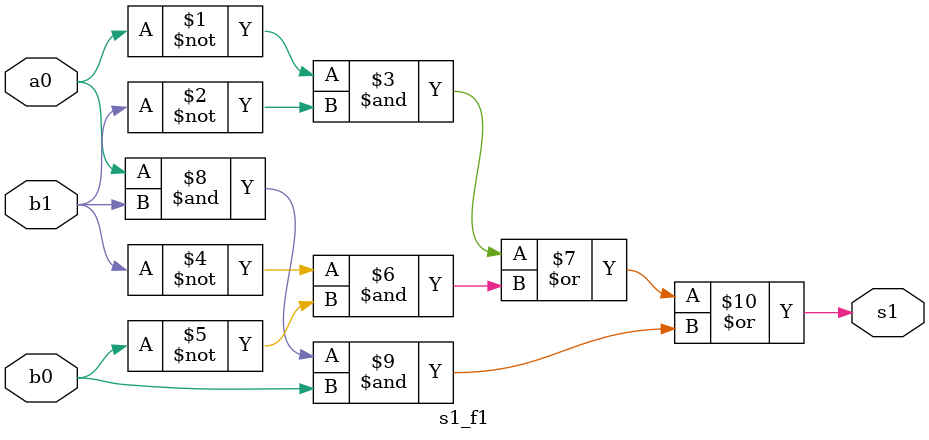
<source format=v>
module s1_f1(a0, b1, b0, s1);
  input a0, b1, b0;
  output s1;
  
  assign s1 = ((~a0 & ~b1) | (~b1 & ~b0) | (a0 & b1 & b0));
endmodule
</source>
